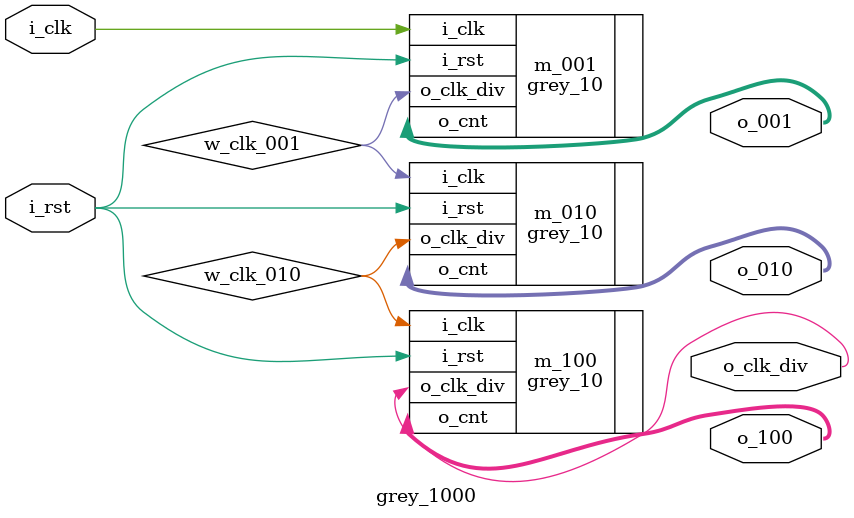
<source format=v>
`default_nettype none
`timescale 1ns/1ps

  module grey_1000
  (
   input        i_clk, i_rst,
   output [4:0] o_100,
   output [4:0] o_010,
   output [4:0] o_001,
   output       o_clk_div
  );

   wire         w_clk_001;
   grey_10 m_001
   (
    .i_clk     ( i_clk ),
    .i_rst     ( i_rst ),
    .o_cnt     ( o_001 ),
    .o_clk_div ( w_clk_001 )
   );

   wire         w_clk_010;
   grey_10 m_010
   (
    .i_clk     ( w_clk_001 ),
    .i_rst     ( i_rst ),
    .o_cnt     ( o_010 ),
    .o_clk_div ( w_clk_010 )
   );

   grey_10 m_100
   (
    .i_clk     ( w_clk_010 ),
    .i_rst     ( i_rst ),
    .o_cnt     ( o_100 ),
    .o_clk_div ( o_clk_div )
   );

endmodule

</source>
